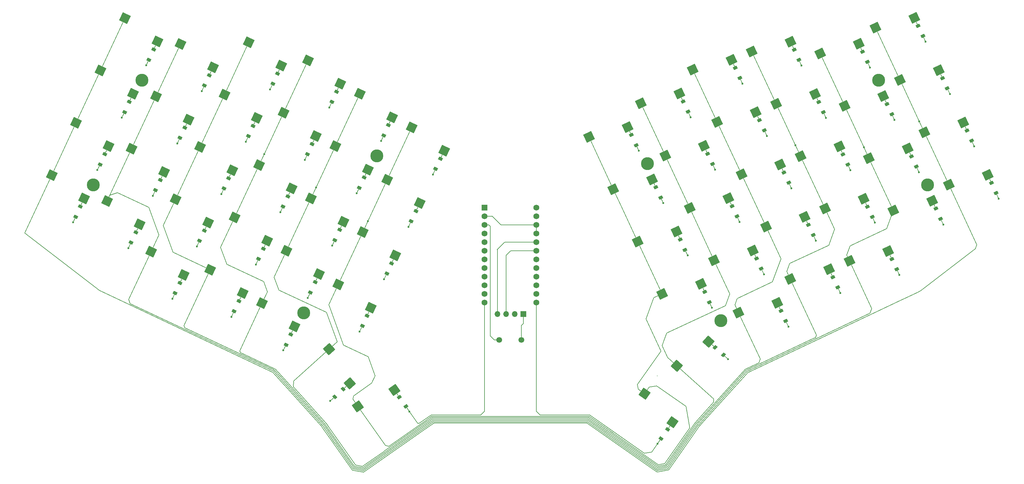
<source format=gbl>
%TF.GenerationSoftware,KiCad,Pcbnew,8.0.7*%
%TF.CreationDate,2024-12-17T03:41:54-05:00*%
%TF.ProjectId,choc,63686f63-2e6b-4696-9361-645f70636258,v1.0.0*%
%TF.SameCoordinates,Original*%
%TF.FileFunction,Copper,L2,Bot*%
%TF.FilePolarity,Positive*%
%FSLAX46Y46*%
G04 Gerber Fmt 4.6, Leading zero omitted, Abs format (unit mm)*
G04 Created by KiCad (PCBNEW 8.0.7) date 2024-12-17 03:41:54*
%MOMM*%
%LPD*%
G01*
G04 APERTURE LIST*
G04 Aperture macros list*
%AMRotRect*
0 Rectangle, with rotation*
0 The origin of the aperture is its center*
0 $1 length*
0 $2 width*
0 $3 Rotation angle, in degrees counterclockwise*
0 Add horizontal line*
21,1,$1,$2,0,0,$3*%
G04 Aperture macros list end*
%TA.AperFunction,ComponentPad*%
%ADD10C,0.600000*%
%TD*%
%TA.AperFunction,ComponentPad*%
%ADD11C,3.800000*%
%TD*%
%TA.AperFunction,ComponentPad*%
%ADD12R,1.700000X1.700000*%
%TD*%
%TA.AperFunction,ComponentPad*%
%ADD13O,1.700000X1.700000*%
%TD*%
%TA.AperFunction,ComponentPad*%
%ADD14R,1.752600X1.752600*%
%TD*%
%TA.AperFunction,ComponentPad*%
%ADD15C,1.752600*%
%TD*%
%TA.AperFunction,ComponentPad*%
%ADD16C,1.700000*%
%TD*%
%TA.AperFunction,SMDPad,CuDef*%
%ADD17RotRect,2.600000X2.600000X25.000000*%
%TD*%
%TA.AperFunction,SMDPad,CuDef*%
%ADD18RotRect,2.600000X2.600000X335.000000*%
%TD*%
%TA.AperFunction,SMDPad,CuDef*%
%ADD19RotRect,0.900000X1.200000X115.000000*%
%TD*%
%TA.AperFunction,SMDPad,CuDef*%
%ADD20RotRect,2.600000X2.600000X48.000000*%
%TD*%
%TA.AperFunction,SMDPad,CuDef*%
%ADD21RotRect,0.900000X1.200000X65.000000*%
%TD*%
%TA.AperFunction,SMDPad,CuDef*%
%ADD22RotRect,2.600000X2.600000X325.000000*%
%TD*%
%TA.AperFunction,SMDPad,CuDef*%
%ADD23RotRect,0.900000X1.200000X125.000000*%
%TD*%
%TA.AperFunction,SMDPad,CuDef*%
%ADD24RotRect,2.600000X2.600000X312.000000*%
%TD*%
%TA.AperFunction,SMDPad,CuDef*%
%ADD25RotRect,0.900000X1.200000X55.000000*%
%TD*%
%TA.AperFunction,SMDPad,CuDef*%
%ADD26RotRect,2.600000X2.600000X35.000000*%
%TD*%
%TA.AperFunction,SMDPad,CuDef*%
%ADD27RotRect,0.900000X1.200000X42.000000*%
%TD*%
%TA.AperFunction,SMDPad,CuDef*%
%ADD28RotRect,0.900000X1.200000X138.000000*%
%TD*%
%TA.AperFunction,Conductor*%
%ADD29C,0.200000*%
%TD*%
G04 APERTURE END LIST*
D10*
%TO.P,REF\u002A\u002A,1*%
%TO.N,P9*%
X274939567Y-179676512D03*
%TD*%
%TO.P,REF\u002A\u002A,1*%
%TO.N,P21*%
X140235069Y-100248779D03*
%TD*%
%TO.P,REF\u002A\u002A,1*%
%TO.N,P8*%
X300717610Y-144817497D03*
%TD*%
%TO.P,REF\u002A\u002A,1*%
%TO.N,P18*%
X153730617Y-129161100D03*
%TD*%
%TO.P,REF\u002A\u002A,1*%
%TO.N,P10*%
X111497027Y-161877708D03*
%TD*%
%TO.P,REF\u002A\u002A,1*%
%TO.N,P7*%
X347333834Y-117011421D03*
%TD*%
D11*
%TO.P,H8,*%
%TO.N,*%
X251208949Y-122113582D03*
%TD*%
D10*
%TO.P,REF\u002A\u002A,1*%
%TO.N,P16*%
X118681534Y-146470471D03*
%TD*%
D11*
%TO.P,H7,*%
%TO.N,*%
X319210129Y-97576074D03*
%TD*%
D10*
%TO.P,REF\u002A\u002A,1*%
%TO.N,P20*%
X165677635Y-130870266D03*
%TD*%
%TO.P,REF\u002A\u002A,1*%
%TO.N,P14*%
X158493129Y-146277503D03*
%TD*%
%TO.P,REF\u002A\u002A,1*%
%TO.N,P14*%
X143236132Y-136404603D03*
%TD*%
%TO.P,REF\u002A\u002A,1*%
%TO.N,P1*%
X316651267Y-93804083D03*
%TD*%
%TO.P,REF\u002A\u002A,1*%
%TO.N,P7*%
X331020289Y-124618547D03*
%TD*%
%TO.P,REF\u002A\u002A,1*%
%TO.N,P21*%
X188119145Y-125335928D03*
%TD*%
%TO.P,REF\u002A\u002A,1*%
%TO.N,P8*%
X270203623Y-164563299D03*
%TD*%
%TO.P,REF\u002A\u002A,1*%
%TO.N,P1*%
X248650084Y-118341603D03*
%TD*%
%TO.P,REF\u002A\u002A,1*%
%TO.N,P9*%
X292645129Y-170097631D03*
%TD*%
%TO.P,REF\u002A\u002A,1*%
%TO.N,P0*%
X255834605Y-133748836D03*
%TD*%
%TO.P,REF\u002A\u002A,1*%
%TO.N,P19*%
X138473624Y-119288210D03*
%TD*%
%TO.P,REF\u002A\u002A,1*%
%TO.N,P9*%
X254127528Y-204585176D03*
%TD*%
%TO.P,REF\u002A\u002A,1*%
%TO.N,P14*%
X105748940Y-131612884D03*
%TD*%
%TO.P,REF\u002A\u002A,1*%
%TO.N,P8*%
X318087691Y-139476142D03*
%TD*%
%TO.P,REF\u002A\u002A,1*%
%TO.N,P1*%
X263907087Y-108468700D03*
%TD*%
%TO.P,REF\u002A\u002A,1*%
%TO.N,P10*%
X157904387Y-191975556D03*
%TD*%
%TO.P,REF\u002A\u002A,1*%
%TO.N,P7*%
X278276105Y-139283165D03*
%TD*%
%TO.P,REF\u002A\u002A,1*%
%TO.N,P1*%
X279164081Y-98595800D03*
%TD*%
%TO.P,REF\u002A\u002A,1*%
%TO.N,P6*%
X294729983Y-116714999D03*
%TD*%
%TO.P,REF\u002A\u002A,1*%
%TO.N,P7*%
X293533096Y-129410264D03*
%TD*%
%TO.P,REF\u002A\u002A,1*%
%TO.N,P8*%
X354518340Y-132418651D03*
%TD*%
%TO.P,REF\u002A\u002A,1*%
%TO.N,P20*%
X150420642Y-120997370D03*
%TD*%
%TO.P,REF\u002A\u002A,1*%
%TO.N,P21*%
X157605158Y-105590134D03*
%TD*%
%TO.P,REF\u002A\u002A,1*%
%TO.N,P21*%
X103804427Y-93191291D03*
%TD*%
D11*
%TO.P,H2,*%
%TO.N,*%
X102559716Y-97576077D03*
%TD*%
D10*
%TO.P,REF\u002A\u002A,1*%
%TO.N,P0*%
X271091590Y-123875934D03*
%TD*%
%TO.P,REF\u002A\u002A,1*%
%TO.N,P0*%
X323835779Y-109211315D03*
%TD*%
%TO.P,REF\u002A\u002A,1*%
%TO.N,P16*%
X136051628Y-151811836D03*
%TD*%
%TO.P,REF\u002A\u002A,1*%
%TO.N,P7*%
X310903184Y-124068905D03*
%TD*%
%TO.P,REF\u002A\u002A,1*%
%TO.N,P16*%
X82250894Y-139412986D03*
%TD*%
D11*
%TO.P,H3,*%
%TO.N,*%
X88190698Y-128390536D03*
%TD*%
D10*
%TO.P,REF\u002A\u002A,1*%
%TO.N,P16*%
X151308617Y-161684729D03*
%TD*%
%TO.P,REF\u002A\u002A,1*%
%TO.N,P15*%
X168987614Y-139034006D03*
%TD*%
%TO.P,REF\u002A\u002A,1*%
%TO.N,P9*%
X307902120Y-160224732D03*
%TD*%
%TO.P,REF\u002A\u002A,1*%
%TO.N,P1*%
X296534166Y-93254445D03*
%TD*%
%TO.P,REF\u002A\u002A,1*%
%TO.N,P1*%
X332964811Y-86196957D03*
%TD*%
%TO.P,REF\u002A\u002A,1*%
%TO.N,P8*%
X285460612Y-154690398D03*
%TD*%
%TO.P,REF\u002A\u002A,1*%
%TO.N,P21*%
X172862149Y-115463038D03*
%TD*%
D12*
%TO.P,OLED1,1*%
%TO.N,GND*%
X214684919Y-166427996D03*
D13*
%TO.P,OLED1,2*%
%TO.N,VCC*%
X212144922Y-166427995D03*
%TO.P,OLED1,3*%
%TO.N,P3*%
X209604921Y-166427997D03*
%TO.P,OLED1,4*%
%TO.N,P2*%
X207064921Y-166427995D03*
%TD*%
D10*
%TO.P,REF\u002A\u002A,1*%
%TO.N,P10*%
X181199278Y-195092487D03*
%TD*%
%TO.P,REF\u002A\u002A,1*%
%TO.N,P20*%
X112933450Y-116205649D03*
%TD*%
%TO.P,REF\u002A\u002A,1*%
%TO.N,P16*%
X166565615Y-171557628D03*
%TD*%
%TO.P,REF\u002A\u002A,1*%
%TO.N,P5*%
X314847090Y-117264638D03*
%TD*%
%TO.P,REF\u002A\u002A,1*%
%TO.N,P20*%
X180934634Y-140743163D03*
%TD*%
%TO.P,REF\u002A\u002A,1*%
%TO.N,P16*%
X98564431Y-147020115D03*
%TD*%
D11*
%TO.P,H1,*%
%TO.N,*%
X171617436Y-119847816D03*
%TD*%
D14*
%TO.P,MCU1,1*%
%TO.N,RAW*%
X203264915Y-135058001D03*
D15*
%TO.P,MCU1,2*%
%TO.N,GND*%
X203264916Y-137598002D03*
%TO.P,MCU1,3*%
%TO.N,RST*%
X203264915Y-140138002D03*
%TO.P,MCU1,4*%
%TO.N,VCC*%
X203264913Y-142678002D03*
%TO.P,MCU1,5*%
%TO.N,P21*%
X203264916Y-145218003D03*
%TO.P,MCU1,6*%
%TO.N,P20*%
X203264912Y-147758003D03*
%TO.P,MCU1,7*%
%TO.N,P19*%
X203264915Y-150298002D03*
%TO.P,MCU1,8*%
%TO.N,P18*%
X203264917Y-152838001D03*
%TO.P,MCU1,9*%
%TO.N,P15*%
X203264915Y-155378003D03*
%TO.P,MCU1,10*%
%TO.N,P14*%
X203264915Y-157918002D03*
%TO.P,MCU1,11*%
%TO.N,P16*%
X203264913Y-160458002D03*
%TO.P,MCU1,12*%
%TO.N,P10*%
X203264915Y-162998003D03*
%TO.P,MCU1,13*%
%TO.N,P1*%
X218504915Y-135058001D03*
%TO.P,MCU1,14*%
%TO.N,P0*%
X218504917Y-137598002D03*
%TO.P,MCU1,15*%
%TO.N,GND*%
X218504915Y-140138002D03*
%TO.P,MCU1,16*%
X218504915Y-142678001D03*
%TO.P,MCU1,17*%
%TO.N,P2*%
X218504913Y-145218003D03*
%TO.P,MCU1,18*%
%TO.N,P3*%
X218504915Y-147758002D03*
%TO.P,MCU1,19*%
%TO.N,P4*%
X218504918Y-150298001D03*
%TO.P,MCU1,20*%
%TO.N,P5*%
X218504914Y-152838001D03*
%TO.P,MCU1,21*%
%TO.N,P6*%
X218504917Y-155378002D03*
%TO.P,MCU1,22*%
%TO.N,P7*%
X218504915Y-157918002D03*
%TO.P,MCU1,23*%
%TO.N,P8*%
X218504914Y-160458002D03*
%TO.P,MCU1,24*%
%TO.N,P9*%
X218504915Y-162998003D03*
%TD*%
D10*
%TO.P,REF\u002A\u002A,1*%
%TO.N,P14*%
X173750122Y-156150393D03*
%TD*%
%TO.P,REF\u002A\u002A,1*%
%TO.N,P14*%
X89435399Y-124005756D03*
%TD*%
%TO.P,REF\u002A\u002A,1*%
%TO.N,P0*%
X286348592Y-114003032D03*
%TD*%
%TO.P,REF\u002A\u002A,1*%
%TO.N,P10*%
X144124108Y-177091968D03*
%TD*%
%TO.P,REF\u002A\u002A,1*%
%TO.N,P10*%
X128867112Y-167219061D03*
%TD*%
%TO.P,REF\u002A\u002A,1*%
%TO.N,P7*%
X263019108Y-149156065D03*
%TD*%
%TO.P,REF\u002A\u002A,1*%
%TO.N,P0*%
X303718669Y-108661679D03*
%TD*%
D11*
%TO.P,H5,*%
%TO.N,*%
X272762472Y-168335281D03*
%TD*%
D16*
%TO.P,RST1,1*%
%TO.N,RST*%
X207634924Y-174028002D03*
%TO.P,RST1,2*%
%TO.N,GND*%
X214134924Y-174027998D03*
%TD*%
D10*
%TO.P,REF\u002A\u002A,1*%
%TO.N,P20*%
X96619914Y-108598518D03*
%TD*%
D11*
%TO.P,H4,*%
%TO.N,*%
X150063909Y-166069519D03*
%TD*%
D10*
%TO.P,REF\u002A\u002A,1*%
%TO.N,P9*%
X325272204Y-154883376D03*
%TD*%
%TO.P,REF\u002A\u002A,1*%
%TO.N,P20*%
X133050553Y-115656007D03*
%TD*%
D11*
%TO.P,H6,*%
%TO.N,*%
X333579144Y-128390538D03*
%TD*%
D10*
%TO.P,REF\u002A\u002A,1*%
%TO.N,P8*%
X338204797Y-140025786D03*
%TD*%
%TO.P,REF\u002A\u002A,1*%
%TO.N,P14*%
X125866047Y-131063241D03*
%TD*%
%TO.P,REF\u002A\u002A,1*%
%TO.N,P0*%
X340149319Y-101604189D03*
%TD*%
%TO.P,REF\u002A\u002A,1*%
%TO.N,P21*%
X120117962Y-100798420D03*
%TD*%
%TO.P,REF\u002A\u002A,1*%
%TO.N,P4*%
X331160629Y-109657509D03*
%TD*%
D17*
%TO.P,S38,1*%
%TO.N,P5*%
X310599298Y-150746847D03*
%TO.P,S38,2*%
%TO.N,mirror_ring_mod*%
X321996914Y-147859483D03*
%TD*%
D18*
%TO.P,S2,1*%
%TO.N,P4*%
X83172600Y-110106748D03*
%TO.P,S2,2*%
%TO.N,outer_home*%
X92710695Y-116981867D03*
%TD*%
%TO.P,S21,1*%
%TO.N,P18*%
X152230325Y-132378490D03*
%TO.P,S21,2*%
%TO.N,index_home*%
X161768420Y-139253609D03*
%TD*%
D17*
%TO.P,S30,1*%
%TO.N,P4*%
X339845433Y-128282134D03*
%TO.P,S30,2*%
%TO.N,mirror_outer_bottom*%
X351243049Y-125394770D03*
%TD*%
D19*
%TO.P,D49,1*%
%TO.N,P8*%
X284678770Y-153013731D03*
%TO.P,D49,2*%
%TO.N,mirror_index_bottom*%
X283284134Y-150022911D03*
%TD*%
D18*
%TO.P,S6,1*%
%TO.N,P5*%
X99486138Y-117713877D03*
%TO.P,S6,2*%
%TO.N,pinky_home*%
X109024233Y-124588996D03*
%TD*%
D19*
%TO.P,D50,1*%
%TO.N,P7*%
X277494259Y-137606497D03*
%TO.P,D50,2*%
%TO.N,mirror_index_home*%
X276099623Y-134615677D03*
%TD*%
D18*
%TO.P,S5,1*%
%TO.N,P5*%
X92301632Y-133121110D03*
%TO.P,S5,2*%
%TO.N,pinky_bottom*%
X101839727Y-139996229D03*
%TD*%
D19*
%TO.P,D32,1*%
%TO.N,P0*%
X339367477Y-99927521D03*
%TO.P,D32,2*%
%TO.N,mirror_outer_top*%
X337972841Y-96936701D03*
%TD*%
D20*
%TO.P,S57,1*%
%TO.N,P18*%
X259816813Y-181601979D03*
%TO.P,S57,2*%
%TO.N,mirror_select_fan*%
X269180189Y-174490743D03*
%TD*%
D21*
%TO.P,D17,1*%
%TO.N,P20*%
X151202485Y-119320699D03*
%TO.P,D17,2*%
%TO.N,middle_top*%
X152597123Y-116329883D03*
%TD*%
D22*
%TO.P,S58,1*%
%TO.N,P15*%
X250373409Y-189809802D03*
%TO.P,S58,2*%
%TO.N,mirror_space_fan*%
X258572746Y-198236746D03*
%TD*%
D23*
%TO.P,D29,1*%
%TO.N,P10*%
X180138159Y-193577062D03*
%TO.P,D29,2*%
%TO.N,space_fan*%
X178245357Y-190873860D03*
%TD*%
D18*
%TO.P,S17,1*%
%TO.N,P19*%
X144157840Y-107098362D03*
%TO.P,S17,2*%
%TO.N,middle_top*%
X153695935Y-113973481D03*
%TD*%
D17*
%TO.P,S49,1*%
%TO.N,P18*%
X270787711Y-150553876D03*
%TO.P,S49,2*%
%TO.N,mirror_index_bottom*%
X282185327Y-147666512D03*
%TD*%
%TO.P,S45,1*%
%TO.N,P19*%
X278860195Y-125273743D03*
%TO.P,S45,2*%
%TO.N,mirror_middle_home*%
X290257811Y-122386379D03*
%TD*%
D19*
%TO.P,D43,1*%
%TO.N,P9*%
X307120272Y-158548062D03*
%TO.P,D43,2*%
%TO.N,mirror_middle_mod*%
X305725636Y-155557242D03*
%TD*%
D21*
%TO.P,D11,1*%
%TO.N,P14*%
X126647893Y-129386571D03*
%TO.P,D11,2*%
%TO.N,ring_home*%
X128042531Y-126395755D03*
%TD*%
%TO.P,D22,1*%
%TO.N,P20*%
X166459483Y-129193596D03*
%TO.P,D22,2*%
%TO.N,index_top*%
X167854121Y-126202780D03*
%TD*%
D24*
%TO.P,S28,1*%
%TO.N,P18*%
X157570217Y-176734389D03*
%TO.P,S28,2*%
%TO.N,select_fan*%
X163663758Y-186789799D03*
%TD*%
D21*
%TO.P,D1,1*%
%TO.N,P16*%
X83032734Y-137736313D03*
%TO.P,D1,2*%
%TO.N,outer_bottom*%
X84427372Y-134745497D03*
%TD*%
%TO.P,D18,1*%
%TO.N,P21*%
X158386997Y-103913466D03*
%TO.P,D18,2*%
%TO.N,middle_num*%
X159781635Y-100922650D03*
%TD*%
D17*
%TO.P,S35,1*%
%TO.N,P5*%
X316347380Y-120482028D03*
%TO.P,S35,2*%
%TO.N,mirror_pinky_home*%
X327744996Y-117594664D03*
%TD*%
D21*
%TO.P,D15,1*%
%TO.N,P16*%
X136833468Y-150135156D03*
%TO.P,D15,2*%
%TO.N,middle_bottom*%
X138228106Y-147144340D03*
%TD*%
%TO.P,D26,1*%
%TO.N,P20*%
X181716481Y-139066492D03*
%TO.P,D26,2*%
%TO.N,inner_top*%
X183111119Y-136075676D03*
%TD*%
D17*
%TO.P,S40,1*%
%TO.N,P6*%
X296230279Y-119932387D03*
%TO.P,S40,2*%
%TO.N,mirror_ring_home*%
X307627895Y-117045023D03*
%TD*%
%TO.P,S50,1*%
%TO.N,P18*%
X263603198Y-135146646D03*
%TO.P,S50,2*%
%TO.N,mirror_index_home*%
X275000814Y-132259282D03*
%TD*%
D19*
%TO.P,D42,1*%
%TO.N,P1*%
X295752319Y-91577772D03*
%TO.P,D42,2*%
%TO.N,mirror_ring_num*%
X294357683Y-88586952D03*
%TD*%
D17*
%TO.P,S44,1*%
%TO.N,P19*%
X286044704Y-140680977D03*
%TO.P,S44,2*%
%TO.N,mirror_middle_bottom*%
X297442320Y-137793613D03*
%TD*%
D21*
%TO.P,D27,1*%
%TO.N,P21*%
X188900990Y-123659263D03*
%TO.P,D27,2*%
%TO.N,inner_num*%
X190295628Y-120668447D03*
%TD*%
D18*
%TO.P,S18,1*%
%TO.N,P19*%
X151342348Y-91691130D03*
%TO.P,S18,2*%
%TO.N,middle_num*%
X160880443Y-98566249D03*
%TD*%
D21*
%TO.P,D6,1*%
%TO.N,P14*%
X106530788Y-129936215D03*
%TO.P,D6,2*%
%TO.N,pinky_home*%
X107925426Y-126945399D03*
%TD*%
%TO.P,D16,1*%
%TO.N,P14*%
X144017983Y-134727931D03*
%TO.P,D16,2*%
%TO.N,middle_home*%
X145412621Y-131737115D03*
%TD*%
D18*
%TO.P,S8,1*%
%TO.N,P5*%
X113855162Y-86899409D03*
%TO.P,S8,2*%
%TO.N,pinky_num*%
X123393257Y-93774528D03*
%TD*%
D19*
%TO.P,D56,1*%
%TO.N,P1*%
X247868247Y-116664936D03*
%TO.P,D56,2*%
%TO.N,mirror_inner_num*%
X246473611Y-113674116D03*
%TD*%
D21*
%TO.P,D3,1*%
%TO.N,P20*%
X97401758Y-106921850D03*
%TO.P,D3,2*%
%TO.N,outer_top*%
X98796396Y-103931034D03*
%TD*%
D19*
%TO.P,D53,1*%
%TO.N,P8*%
X269421775Y-162886633D03*
%TO.P,D53,2*%
%TO.N,mirror_inner_bottom*%
X268027139Y-159895813D03*
%TD*%
D18*
%TO.P,S23,1*%
%TO.N,P18*%
X166599343Y-101564028D03*
%TO.P,S23,2*%
%TO.N,index_num*%
X176137438Y-108439147D03*
%TD*%
D17*
%TO.P,S56,1*%
%TO.N,P15*%
X233977183Y-114205077D03*
%TO.P,S56,2*%
%TO.N,mirror_inner_num*%
X245374799Y-111317713D03*
%TD*%
D21*
%TO.P,D4,1*%
%TO.N,P21*%
X104586268Y-91514622D03*
%TO.P,D4,2*%
%TO.N,outer_num*%
X105980906Y-88523806D03*
%TD*%
D19*
%TO.P,D30,1*%
%TO.N,P8*%
X353736493Y-130741984D03*
%TO.P,D30,2*%
%TO.N,mirror_outer_bottom*%
X352341857Y-127751164D03*
%TD*%
D21*
%TO.P,D25,1*%
%TO.N,P14*%
X174531967Y-154473730D03*
%TO.P,D25,2*%
%TO.N,inner_home*%
X175926605Y-151482914D03*
%TD*%
D19*
%TO.P,D40,1*%
%TO.N,P7*%
X310121343Y-122392238D03*
%TO.P,D40,2*%
%TO.N,mirror_ring_home*%
X308726707Y-119401418D03*
%TD*%
D17*
%TO.P,S41,1*%
%TO.N,P6*%
X289045771Y-104525151D03*
%TO.P,S41,2*%
%TO.N,mirror_ring_top*%
X300443387Y-101637787D03*
%TD*%
D18*
%TO.P,S4,1*%
%TO.N,P4*%
X97541618Y-79292280D03*
%TO.P,S4,2*%
%TO.N,outer_num*%
X107079713Y-86167399D03*
%TD*%
D17*
%TO.P,S51,1*%
%TO.N,P18*%
X256418684Y-119739416D03*
%TO.P,S51,2*%
%TO.N,mirror_index_top*%
X267816300Y-116852052D03*
%TD*%
D21*
%TO.P,D8,1*%
%TO.N,P21*%
X120899809Y-99121755D03*
%TO.P,D8,2*%
%TO.N,pinky_num*%
X122294447Y-96130939D03*
%TD*%
%TO.P,D14,1*%
%TO.N,P10*%
X129648961Y-165542395D03*
%TO.P,D14,2*%
%TO.N,middle_mod*%
X131043599Y-162551579D03*
%TD*%
D19*
%TO.P,D31,1*%
%TO.N,P7*%
X346551989Y-115334753D03*
%TO.P,D31,2*%
%TO.N,mirror_outer_home*%
X345157353Y-112343933D03*
%TD*%
%TO.P,D51,1*%
%TO.N,P0*%
X270309751Y-122199263D03*
%TO.P,D51,2*%
%TO.N,mirror_index_top*%
X268915115Y-119208443D03*
%TD*%
D18*
%TO.P,S22,1*%
%TO.N,P18*%
X159414834Y-116971260D03*
%TO.P,S22,2*%
%TO.N,index_top*%
X168952929Y-123846379D03*
%TD*%
D19*
%TO.P,D36,1*%
%TO.N,P0*%
X323053935Y-107534653D03*
%TO.P,D36,2*%
%TO.N,mirror_pinky_top*%
X321659299Y-104543833D03*
%TD*%
D18*
%TO.P,S19,1*%
%TO.N,P19*%
X137861298Y-163192959D03*
%TO.P,S19,2*%
%TO.N,index_mod*%
X147399393Y-170068078D03*
%TD*%
D19*
%TO.P,D54,1*%
%TO.N,P7*%
X262237265Y-147479397D03*
%TO.P,D54,2*%
%TO.N,mirror_inner_home*%
X260842629Y-144488577D03*
%TD*%
D18*
%TO.P,S16,1*%
%TO.N,P19*%
X136973330Y-122505598D03*
%TO.P,S16,2*%
%TO.N,middle_home*%
X146511425Y-129380717D03*
%TD*%
D21*
%TO.P,D24,1*%
%TO.N,P16*%
X167347457Y-169880956D03*
%TO.P,D24,2*%
%TO.N,inner_bottom*%
X168742095Y-166890140D03*
%TD*%
D18*
%TO.P,S9,1*%
%TO.N,P5*%
X105234227Y-147978705D03*
%TO.P,S9,2*%
%TO.N,ring_mod*%
X114772322Y-154853824D03*
%TD*%
D25*
%TO.P,D58,1*%
%TO.N,P9*%
X255188650Y-203069746D03*
%TO.P,D58,2*%
%TO.N,mirror_space_fan*%
X257081452Y-200366542D03*
%TD*%
D21*
%TO.P,D19,1*%
%TO.N,P10*%
X144905953Y-175415289D03*
%TO.P,D19,2*%
%TO.N,index_mod*%
X146300591Y-172424473D03*
%TD*%
D18*
%TO.P,S26,1*%
%TO.N,P15*%
X174671825Y-126844158D03*
%TO.P,S26,2*%
%TO.N,inner_top*%
X184209920Y-133719277D03*
%TD*%
D26*
%TO.P,S29,1*%
%TO.N,P15*%
X166030982Y-193566733D03*
%TO.P,S29,2*%
%TO.N,space_fan*%
X176754057Y-188744060D03*
%TD*%
D17*
%TO.P,S39,1*%
%TO.N,P6*%
X303414791Y-135339616D03*
%TO.P,S39,2*%
%TO.N,mirror_ring_bottom*%
X314812407Y-132452252D03*
%TD*%
D21*
%TO.P,D12,1*%
%TO.N,P20*%
X133832403Y-113979340D03*
%TO.P,D12,2*%
%TO.N,ring_top*%
X135227041Y-110988524D03*
%TD*%
D19*
%TO.P,D46,1*%
%TO.N,P0*%
X285566741Y-112326368D03*
%TO.P,D46,2*%
%TO.N,mirror_middle_top*%
X284172105Y-109335548D03*
%TD*%
D21*
%TO.P,D23,1*%
%TO.N,P21*%
X173643989Y-113786364D03*
%TO.P,D23,2*%
%TO.N,index_num*%
X175038627Y-110795548D03*
%TD*%
D17*
%TO.P,S34,1*%
%TO.N,P5*%
X323531894Y-135889255D03*
%TO.P,S34,2*%
%TO.N,mirror_pinky_bottom*%
X334929510Y-133001891D03*
%TD*%
D18*
%TO.P,S25,1*%
%TO.N,P15*%
X167487320Y-142251394D03*
%TO.P,S25,2*%
%TO.N,inner_home*%
X177025415Y-149126513D03*
%TD*%
D17*
%TO.P,S42,1*%
%TO.N,P6*%
X281861255Y-89117923D03*
%TO.P,S42,2*%
%TO.N,mirror_ring_num*%
X293258871Y-86230559D03*
%TD*%
D21*
%TO.P,D10,1*%
%TO.N,P16*%
X119463381Y-144793812D03*
%TO.P,D10,2*%
%TO.N,ring_bottom*%
X120858019Y-141802996D03*
%TD*%
D17*
%TO.P,S52,1*%
%TO.N,P18*%
X249234176Y-104332183D03*
%TO.P,S52,2*%
%TO.N,mirror_index_num*%
X260631792Y-101444819D03*
%TD*%
%TO.P,S32,1*%
%TO.N,P4*%
X325476411Y-97467670D03*
%TO.P,S32,2*%
%TO.N,mirror_outer_top*%
X336874027Y-94580306D03*
%TD*%
D18*
%TO.P,S24,1*%
%TO.N,P15*%
X160302805Y-157658627D03*
%TO.P,S24,2*%
%TO.N,inner_bottom*%
X169840900Y-164533746D03*
%TD*%
D27*
%TO.P,D28,1*%
%TO.N,P10*%
X159279200Y-190737670D03*
%TO.P,D28,2*%
%TO.N,select_fan*%
X161731576Y-188529536D03*
%TD*%
D19*
%TO.P,D41,1*%
%TO.N,P0*%
X302936833Y-106985007D03*
%TO.P,D41,2*%
%TO.N,mirror_ring_top*%
X301542197Y-103994187D03*
%TD*%
%TO.P,D39,1*%
%TO.N,P8*%
X317305849Y-137799469D03*
%TO.P,D39,2*%
%TO.N,mirror_ring_bottom*%
X315911213Y-134808649D03*
%TD*%
D17*
%TO.P,S47,1*%
%TO.N,P19*%
X264491170Y-94459276D03*
%TO.P,S47,2*%
%TO.N,mirror_middle_num*%
X275888786Y-91571912D03*
%TD*%
%TO.P,S53,1*%
%TO.N,P15*%
X255530720Y-160426769D03*
%TO.P,S53,2*%
%TO.N,mirror_inner_bottom*%
X266928336Y-157539405D03*
%TD*%
D18*
%TO.P,S12,1*%
%TO.N,P6*%
X126787758Y-101757003D03*
%TO.P,S12,2*%
%TO.N,ring_top*%
X136325853Y-108632122D03*
%TD*%
D19*
%TO.P,D45,1*%
%TO.N,P7*%
X292751251Y-127733601D03*
%TO.P,D45,2*%
%TO.N,mirror_middle_home*%
X291356615Y-124742781D03*
%TD*%
%TO.P,D33,1*%
%TO.N,P1*%
X332182965Y-84520292D03*
%TO.P,D33,2*%
%TO.N,mirror_outer_num*%
X330788329Y-81529472D03*
%TD*%
D18*
%TO.P,S11,1*%
%TO.N,P6*%
X119603243Y-117164235D03*
%TO.P,S11,2*%
%TO.N,ring_home*%
X129141338Y-124039354D03*
%TD*%
D17*
%TO.P,S37,1*%
%TO.N,P5*%
X301978358Y-89667566D03*
%TO.P,S37,2*%
%TO.N,mirror_pinky_num*%
X313375974Y-86780202D03*
%TD*%
D18*
%TO.P,S3,1*%
%TO.N,P4*%
X90357108Y-94699520D03*
%TO.P,S3,2*%
%TO.N,outer_top*%
X99895203Y-101574639D03*
%TD*%
%TO.P,S15,1*%
%TO.N,P19*%
X129788816Y-137912823D03*
%TO.P,S15,2*%
%TO.N,middle_bottom*%
X139326911Y-144787942D03*
%TD*%
D17*
%TO.P,S43,1*%
%TO.N,P6*%
X293229208Y-156088211D03*
%TO.P,S43,2*%
%TO.N,mirror_middle_mod*%
X304626824Y-153200847D03*
%TD*%
D19*
%TO.P,D48,1*%
%TO.N,P9*%
X291863277Y-168420963D03*
%TO.P,D48,2*%
%TO.N,mirror_index_mod*%
X290468641Y-165430143D03*
%TD*%
D18*
%TO.P,S1,1*%
%TO.N,P4*%
X75988093Y-125513983D03*
%TO.P,S1,2*%
%TO.N,outer_bottom*%
X85526188Y-132389102D03*
%TD*%
D19*
%TO.P,D34,1*%
%TO.N,P8*%
X337422955Y-138349114D03*
%TO.P,D34,2*%
%TO.N,mirror_pinky_bottom*%
X336028319Y-135358294D03*
%TD*%
%TO.P,D47,1*%
%TO.N,P1*%
X278382234Y-96919135D03*
%TO.P,D47,2*%
%TO.N,mirror_middle_num*%
X276987598Y-93928315D03*
%TD*%
D18*
%TO.P,S14,1*%
%TO.N,P6*%
X122604306Y-153320067D03*
%TO.P,S14,2*%
%TO.N,middle_mod*%
X132142401Y-160195186D03*
%TD*%
D21*
%TO.P,D9,1*%
%TO.N,P10*%
X112278875Y-160201031D03*
%TO.P,D9,2*%
%TO.N,ring_mod*%
X113673513Y-157210215D03*
%TD*%
%TO.P,D20,1*%
%TO.N,P16*%
X152090463Y-160008064D03*
%TO.P,D20,2*%
%TO.N,index_bottom*%
X153485101Y-157017248D03*
%TD*%
D17*
%TO.P,S55,1*%
%TO.N,P15*%
X241161692Y-129612306D03*
%TO.P,S55,2*%
%TO.N,mirror_inner_top*%
X252559308Y-126724942D03*
%TD*%
D21*
%TO.P,D5,1*%
%TO.N,P16*%
X99346277Y-145343445D03*
%TO.P,D5,2*%
%TO.N,pinky_bottom*%
X100740915Y-142352629D03*
%TD*%
D18*
%TO.P,S27,1*%
%TO.N,P15*%
X181856339Y-111436934D03*
%TO.P,S27,2*%
%TO.N,inner_num*%
X191394434Y-118312053D03*
%TD*%
D17*
%TO.P,S36,1*%
%TO.N,P5*%
X309162873Y-105074788D03*
%TO.P,S36,2*%
%TO.N,mirror_pinky_top*%
X320560489Y-102187424D03*
%TD*%
%TO.P,S54,1*%
%TO.N,P15*%
X248346205Y-145019542D03*
%TO.P,S54,2*%
%TO.N,mirror_inner_home*%
X259743821Y-142132178D03*
%TD*%
%TO.P,S46,1*%
%TO.N,P19*%
X271675682Y-109866510D03*
%TO.P,S46,2*%
%TO.N,mirror_middle_top*%
X283073298Y-106979146D03*
%TD*%
%TO.P,S33,1*%
%TO.N,P4*%
X318291907Y-82060437D03*
%TO.P,S33,2*%
%TO.N,mirror_outer_num*%
X329689523Y-79173073D03*
%TD*%
D18*
%TO.P,S20,1*%
%TO.N,P18*%
X145045819Y-147785728D03*
%TO.P,S20,2*%
%TO.N,index_bottom*%
X154583914Y-154660847D03*
%TD*%
D21*
%TO.P,D2,1*%
%TO.N,P14*%
X90217252Y-122329088D03*
%TO.P,D2,2*%
%TO.N,outer_home*%
X91611890Y-119338272D03*
%TD*%
D19*
%TO.P,D52,1*%
%TO.N,P1*%
X263125239Y-106792039D03*
%TO.P,D52,2*%
%TO.N,mirror_index_num*%
X261730603Y-103801219D03*
%TD*%
%TO.P,D38,1*%
%TO.N,P9*%
X324490358Y-153206705D03*
%TO.P,D38,2*%
%TO.N,mirror_ring_mod*%
X323095722Y-150215885D03*
%TD*%
D18*
%TO.P,S7,1*%
%TO.N,P5*%
X106670654Y-102306647D03*
%TO.P,S7,2*%
%TO.N,pinky_top*%
X116208749Y-109181766D03*
%TD*%
D21*
%TO.P,D13,1*%
%TO.N,P21*%
X141016914Y-98572110D03*
%TO.P,D13,2*%
%TO.N,ring_num*%
X142411552Y-95581294D03*
%TD*%
D18*
%TO.P,S10,1*%
%TO.N,P6*%
X112418733Y-132571473D03*
%TO.P,S10,2*%
%TO.N,ring_bottom*%
X121956828Y-139446592D03*
%TD*%
D19*
%TO.P,D44,1*%
%TO.N,P8*%
X299935763Y-143140838D03*
%TO.P,D44,2*%
%TO.N,mirror_middle_bottom*%
X298541127Y-140150018D03*
%TD*%
D28*
%TO.P,D57,1*%
%TO.N,P9*%
X273564745Y-178438621D03*
%TO.P,D57,2*%
%TO.N,mirror_select_fan*%
X271112369Y-176230487D03*
%TD*%
D19*
%TO.P,D55,1*%
%TO.N,P0*%
X255052757Y-132072165D03*
%TO.P,D55,2*%
%TO.N,mirror_inner_top*%
X253658121Y-129081345D03*
%TD*%
D17*
%TO.P,S31,1*%
%TO.N,P4*%
X332660921Y-112874901D03*
%TO.P,S31,2*%
%TO.N,mirror_outer_home*%
X344058537Y-109987537D03*
%TD*%
%TO.P,S48,1*%
%TO.N,P19*%
X277972219Y-165961108D03*
%TO.P,S48,2*%
%TO.N,mirror_index_mod*%
X289369835Y-163073744D03*
%TD*%
D21*
%TO.P,D7,1*%
%TO.N,P20*%
X113715297Y-114528983D03*
%TO.P,D7,2*%
%TO.N,pinky_top*%
X115109935Y-111538167D03*
%TD*%
D19*
%TO.P,D37,1*%
%TO.N,P1*%
X315869428Y-92127415D03*
%TO.P,D37,2*%
%TO.N,mirror_pinky_num*%
X314474792Y-89136595D03*
%TD*%
D21*
%TO.P,D21,1*%
%TO.N,P14*%
X159274977Y-144600832D03*
%TO.P,D21,2*%
%TO.N,index_home*%
X160669615Y-141610016D03*
%TD*%
D19*
%TO.P,D35,1*%
%TO.N,P7*%
X330238442Y-122941878D03*
%TO.P,D35,2*%
%TO.N,mirror_pinky_home*%
X328843806Y-119951058D03*
%TD*%
D18*
%TO.P,S13,1*%
%TO.N,P6*%
X133972263Y-86349767D03*
%TO.P,S13,2*%
%TO.N,ring_num*%
X143510358Y-93224886D03*
%TD*%
D29*
%TO.N,GND*%
X205473523Y-137517064D02*
X208094461Y-140138002D01*
X208094461Y-140138002D02*
X218504915Y-140138002D01*
X205392585Y-137598002D02*
X205473523Y-137517064D01*
X203264916Y-137598002D02*
X205392585Y-137598002D01*
X218504915Y-140138002D02*
X218504915Y-142678001D01*
%TO.N,P3*%
X209604921Y-149133666D02*
X210980585Y-147758002D01*
X210980585Y-147758002D02*
X218504915Y-147758002D01*
X209604921Y-166427997D02*
X209604921Y-149133666D01*
%TO.N,P2*%
X207064921Y-147490462D02*
X207064921Y-166427995D01*
X209202584Y-145218003D02*
X206997523Y-147423064D01*
X206997523Y-147423064D02*
X207064921Y-147490462D01*
X218504913Y-145218003D02*
X209202584Y-145218003D01*
%TO.N,RST*%
X206170461Y-174028002D02*
X204965523Y-172823064D01*
X207634924Y-174028002D02*
X206170461Y-174028002D01*
X204965523Y-140565064D02*
X204965523Y-172823064D01*
X204538461Y-140138002D02*
X204965523Y-140565064D01*
X203264915Y-140138002D02*
X204538461Y-140138002D01*
%TO.N,GND*%
X214684919Y-169199668D02*
X214684919Y-166427996D01*
X214134924Y-174027998D02*
X214134924Y-169749663D01*
X214134924Y-169749663D02*
X214684919Y-169199668D01*
%TO.N,P9*%
X234407705Y-196270690D02*
X250270846Y-207378181D01*
X219609539Y-196099557D02*
X234236571Y-196099556D01*
X252439611Y-206995768D02*
X254127528Y-204585176D01*
X218504915Y-194994932D02*
X219609539Y-196099557D01*
X234236571Y-196099556D02*
X234407705Y-196270690D01*
X250270846Y-207378181D02*
X252439611Y-206995768D01*
%TO.N,P15*%
X226272882Y-196499556D02*
X234037181Y-196499557D01*
X234037181Y-196499557D02*
X234120500Y-196557896D01*
X241094638Y-201441240D02*
X234120500Y-196557896D01*
%TO.N,P18*%
X233911061Y-196899555D02*
X234132081Y-197054315D01*
X187861279Y-196907362D02*
X187869085Y-196899555D01*
X187869085Y-196899555D02*
X233911061Y-196899555D01*
X187850383Y-196905437D02*
X187861279Y-196907362D01*
X187552311Y-197114150D02*
X187850383Y-196905437D01*
X186721532Y-197695867D02*
X187552311Y-197114150D01*
X173732338Y-206791004D02*
X186721532Y-197695867D01*
X167371908Y-211244618D02*
X167460183Y-211182810D01*
X165315307Y-210881990D02*
X167371908Y-211244618D01*
X167460183Y-211182810D02*
X173690724Y-206820141D01*
X157454304Y-199655309D02*
X165315307Y-210881990D01*
X254341594Y-211205169D02*
X234132081Y-197054315D01*
X173690724Y-206820141D02*
X173732338Y-206791004D01*
%TO.N,P19*%
X226031678Y-197299554D02*
X233784940Y-197299554D01*
X226031676Y-197299557D02*
X226031678Y-197299554D01*
%TO.N,P6*%
X233658820Y-197699555D02*
X233856456Y-197837940D01*
X226846259Y-197699557D02*
X226846262Y-197699554D01*
X225047483Y-197699557D02*
X226846259Y-197699557D01*
X196648499Y-197699556D02*
X225047483Y-197699557D01*
X196645944Y-197697000D02*
X196648499Y-197699556D01*
X226846262Y-197699554D02*
X233658820Y-197699555D01*
X187977331Y-197793171D02*
X188114676Y-197697003D01*
X185984108Y-199188845D02*
X187977331Y-197793171D01*
X188114676Y-197697003D02*
X196645944Y-197697000D01*
X168823127Y-211205085D02*
X185984108Y-199188845D01*
X168272145Y-211590893D02*
X168823127Y-211205085D01*
X253514417Y-211602592D02*
X233856456Y-197837940D01*
%TO.N,P5*%
X233532699Y-198099554D02*
X233569250Y-198125146D01*
X227136681Y-198099555D02*
X233532699Y-198099554D01*
X253076923Y-211784567D02*
X233569250Y-198125146D01*
%TO.N,P4*%
X228616281Y-198499555D02*
X233406581Y-198499554D01*
%TO.N,P9*%
X218504916Y-162998003D02*
X218504915Y-194994932D01*
%TO.N,P15*%
X255136562Y-177279409D02*
X248224033Y-187151524D01*
X250745887Y-167863574D02*
X255136562Y-177279409D01*
X248224033Y-187151524D02*
X248456026Y-188467236D01*
X250373409Y-189809801D02*
X248456026Y-188467236D01*
X254430010Y-210778769D02*
X253994643Y-210473922D01*
X253994643Y-210473922D02*
X240470444Y-201004175D01*
X256277148Y-210453068D02*
X254430010Y-210778769D01*
X253942756Y-187520580D02*
X262538739Y-193539551D01*
X251699357Y-187916152D02*
X253942756Y-187520580D01*
X262538739Y-193539551D02*
X263661510Y-199907105D01*
X250373409Y-189809801D02*
X251699357Y-187916152D01*
X263661510Y-199907105D02*
X256277148Y-210453068D01*
%TO.N,P18*%
X254467556Y-211182958D02*
X254341594Y-211205169D01*
X254467555Y-211182959D02*
X254467556Y-211182958D01*
X254467555Y-211182959D02*
X254341594Y-211205169D01*
X254821308Y-211120583D02*
X254467555Y-211182959D01*
%TO.N,P19*%
X253951912Y-211420621D02*
X233784940Y-197299554D01*
%TO.N,P5*%
X254060469Y-212473252D02*
X253076923Y-211784567D01*
X253076923Y-211784567D02*
X252868857Y-211638877D01*
%TO.N,P18*%
X256506068Y-210823513D02*
X254821308Y-211120583D01*
X256665385Y-210595983D02*
X256506068Y-210823513D01*
%TO.N,P19*%
X254713891Y-211545693D02*
X254247884Y-211627863D01*
X256738694Y-211188666D02*
X254713891Y-211545693D01*
X254247884Y-211627863D02*
X253951912Y-211420621D01*
X257032411Y-210769197D02*
X265492130Y-198687467D01*
X256898013Y-210961135D02*
X257032411Y-210769197D01*
X257032411Y-210769197D02*
X256738694Y-211188666D01*
%TO.N,P6*%
X254154178Y-212050557D02*
X253514417Y-211602592D01*
X255137104Y-211877240D02*
X254154178Y-212050557D01*
X256971323Y-211553819D02*
X255137104Y-211877240D01*
X257130640Y-211326289D02*
X256971323Y-211553819D01*
%TO.N,P5*%
X254499057Y-212395917D02*
X254060469Y-212473252D01*
X257203949Y-211918972D02*
X254499057Y-212395917D01*
X257340006Y-211724664D02*
X257203949Y-211918972D01*
%TO.N,P4*%
X254243239Y-212847196D02*
X253966760Y-212895947D01*
X253966760Y-212895947D02*
X252639426Y-211966537D01*
%TO.N,P18*%
X265151754Y-198476195D02*
X265150501Y-198469095D01*
X256665385Y-210595983D02*
X265151754Y-198476195D01*
X270692300Y-192314304D02*
X265150501Y-198469095D01*
%TO.N,P19*%
X265994328Y-198129720D02*
X265994330Y-198129719D01*
X265492130Y-198687467D02*
X265994328Y-198129720D01*
X265956726Y-198171482D02*
X265994330Y-198129719D01*
X265994330Y-198129719D02*
X275807508Y-187231077D01*
%TO.N,P6*%
X266364847Y-198316006D02*
X266414380Y-198260995D01*
X265805755Y-198936941D02*
X266364847Y-198316006D01*
X263333296Y-202467978D02*
X265805755Y-198936941D01*
X257130640Y-211326289D02*
X263333296Y-202467978D01*
%TO.N,P5*%
X266312099Y-198972378D02*
X266312102Y-198972379D01*
X257340006Y-211724664D02*
X266119385Y-199186411D01*
X266312102Y-198972379D02*
X266772971Y-198460531D01*
X266119385Y-199186411D02*
X266312099Y-198972378D01*
%TO.N,P4*%
X257436578Y-212284123D02*
X254243239Y-212847196D01*
X266465003Y-199400353D02*
X266642222Y-199203532D01*
X264139209Y-202721931D02*
X266465003Y-199400353D01*
X266766489Y-199065517D02*
X266642222Y-199203532D01*
X264131095Y-202723363D02*
X264139209Y-202721931D01*
X257436578Y-212284123D02*
X264131095Y-202723363D01*
%TO.N,P18*%
X270692298Y-192314302D02*
X270692300Y-192314304D01*
X259816813Y-181601979D02*
X270641695Y-191348747D01*
X270641695Y-191348747D02*
X270692298Y-192314302D01*
%TO.N,P19*%
X279946769Y-182633960D02*
X279967718Y-182632864D01*
X275807508Y-187231077D02*
X279946769Y-182633960D01*
X283944281Y-180753152D02*
X279967718Y-182632864D01*
%TO.N,P6*%
X280176501Y-182976611D02*
X280341354Y-182898685D01*
X280176498Y-182976612D02*
X280176501Y-182976611D01*
X280341354Y-182898684D02*
X280516855Y-182815725D01*
X280516855Y-182815725D02*
X280516858Y-182815725D01*
X276215630Y-187375600D02*
X280176498Y-182976612D01*
X280341354Y-182898685D02*
X280341354Y-182898684D01*
X299961158Y-173624444D02*
X280516858Y-182815725D01*
X266364847Y-198316006D02*
X276215630Y-187375600D01*
%TO.N,P5*%
X276402023Y-187766380D02*
X280420029Y-183303932D01*
X266772971Y-198460531D02*
X276402023Y-187766380D01*
%TO.N,P4*%
X279529493Y-184890764D02*
X280663561Y-183631252D01*
X276810145Y-187910904D02*
X279529493Y-184890764D01*
X266766489Y-199065517D02*
X267181093Y-198605053D01*
X267181093Y-198605053D02*
X276810145Y-187910904D01*
%TO.N,P19*%
X284350030Y-179638363D02*
X283944281Y-180753152D01*
X277972221Y-165961107D02*
X284350030Y-179638363D01*
%TO.N,P6*%
X300915092Y-172570639D02*
X300650061Y-173298802D01*
X293229212Y-156088211D02*
X300915092Y-172570639D01*
X300650061Y-173298802D02*
X299961158Y-173624444D01*
%TO.N,P4*%
X316985203Y-166462015D02*
X280663561Y-183631252D01*
X330764229Y-159941244D02*
X326638736Y-161893588D01*
X326637944Y-161893965D02*
X325720466Y-162328148D01*
X325719586Y-162328563D02*
X316985203Y-166462015D01*
X330767559Y-159931946D02*
X330764229Y-159941244D01*
X331380098Y-159642395D02*
X330767559Y-159931946D01*
X326638736Y-161893588D02*
X326637944Y-161893965D01*
X325720466Y-162328148D02*
X325719586Y-162328563D01*
X347621181Y-147210615D02*
X331581593Y-159518224D01*
X331581593Y-159518224D02*
X331581443Y-159519356D01*
X348081798Y-145945078D02*
X347621181Y-147210615D01*
X331581443Y-159519356D02*
X331380098Y-159642395D01*
X339845431Y-128282133D02*
X348081798Y-145945078D01*
%TO.N,P5*%
X317158650Y-164813426D02*
X316664432Y-166171280D01*
X310599298Y-150746845D02*
X317158650Y-164813426D01*
%TO.N,P4*%
X331380098Y-159642395D02*
X331355838Y-159654278D01*
%TO.N,P18*%
X257142307Y-179193846D02*
X257141293Y-179174505D01*
X259816814Y-181601980D02*
X257142307Y-179193846D01*
%TO.N,P15*%
X254044168Y-184567420D02*
X254040082Y-184544239D01*
X255530722Y-160426774D02*
X253027873Y-161593867D01*
X253027873Y-161593867D02*
X250745887Y-167863574D01*
%TO.N,P18*%
X255531117Y-175721472D02*
X257141293Y-179174505D01*
X256145405Y-174033736D02*
X255531117Y-175721472D01*
X256882546Y-172008453D02*
X256145405Y-174033736D01*
X274147707Y-163957575D02*
X256882546Y-172008453D01*
X275414713Y-160476510D02*
X274147707Y-163957575D01*
X270787711Y-150553873D02*
X275414713Y-160476510D01*
%TO.N,P19*%
X287975350Y-156949123D02*
X277616256Y-161779651D01*
X290454479Y-150137773D02*
X287975350Y-156949123D01*
X286044704Y-140680978D02*
X290454479Y-150137773D01*
X277554827Y-161948423D02*
X276917545Y-163699347D01*
X277616256Y-161779651D02*
X277554827Y-161948423D01*
X276917545Y-163699347D02*
X277972219Y-165961102D01*
%TO.N,P6*%
X306245665Y-141410444D02*
X304520122Y-146151330D01*
X303414790Y-135339615D02*
X306245665Y-141410444D01*
X304520122Y-146151330D02*
X293010016Y-151518585D01*
X293010016Y-151518585D02*
X292171997Y-153821011D01*
X292171997Y-153821011D02*
X293229213Y-156088213D01*
%TO.N,P5*%
X309788051Y-149007120D02*
X310599298Y-150746847D01*
X310765369Y-146321968D02*
X309788051Y-149007120D01*
X321568171Y-141284531D02*
X310765369Y-146321968D01*
X323531893Y-135889256D02*
X321568171Y-141284531D01*
%TO.N,P15*%
X255530712Y-160426774D02*
X255530722Y-160426774D01*
X248346206Y-145019546D02*
X255530712Y-160426774D01*
X243517426Y-134664194D02*
X248346206Y-145019546D01*
X243517423Y-134664193D02*
X243517426Y-134664194D01*
X241161694Y-129612310D02*
X243517423Y-134664193D01*
X241161697Y-129612307D02*
X241161694Y-129612310D01*
X233977185Y-114205079D02*
X241161697Y-129612307D01*
%TO.N,P18*%
X270787705Y-150553870D02*
X270787711Y-150553873D01*
X263603194Y-135146643D02*
X270787705Y-150553870D01*
X263603196Y-135146643D02*
X263603194Y-135146643D01*
X256418688Y-119739412D02*
X263603196Y-135146643D01*
X249234177Y-104332182D02*
X256418688Y-119739412D01*
%TO.N,P19*%
X264491170Y-94459276D02*
X271675680Y-109866509D01*
X271675685Y-109866510D02*
X271675680Y-109866509D01*
X278860196Y-125273743D02*
X271675685Y-109866510D01*
X278860195Y-125273745D02*
X278860196Y-125273743D01*
X286044704Y-140680978D02*
X278860195Y-125273745D01*
%TO.N,P6*%
X296272261Y-120022410D02*
X303414790Y-135339615D01*
X296272259Y-120022409D02*
X296272261Y-120022410D01*
X296230276Y-119932387D02*
X296272259Y-120022409D01*
X294729986Y-116714998D02*
X294729983Y-116714999D01*
X296230276Y-119932387D02*
X294729986Y-116714998D01*
X294729988Y-116714990D02*
X294729983Y-116714999D01*
X289045773Y-104525149D02*
X294729988Y-116714990D01*
X289045763Y-104525145D02*
X289045773Y-104525149D01*
X281861258Y-89117924D02*
X289045763Y-104525145D01*
%TO.N,P5*%
X309162865Y-105074787D02*
X309162868Y-105074791D01*
X301978360Y-89667564D02*
X309162865Y-105074787D01*
X314847092Y-117264633D02*
X314847090Y-117264638D01*
X309162868Y-105074791D02*
X314847092Y-117264633D01*
X314847088Y-117264642D02*
X314847090Y-117264638D01*
X316347382Y-120482029D02*
X314847088Y-117264642D01*
X316347389Y-120482031D02*
X316347382Y-120482029D01*
X323531893Y-135889256D02*
X316347389Y-120482031D01*
%TO.N,P4*%
X339845430Y-128282129D02*
X339845431Y-128282133D01*
X332660923Y-112874897D02*
X339845430Y-128282129D01*
X331160631Y-109657511D02*
X331160629Y-109657509D01*
X332660923Y-112874897D02*
X331160631Y-109657511D01*
X325590697Y-97712757D02*
X331160629Y-109657509D01*
X325590698Y-97712754D02*
X325590697Y-97712757D01*
X325476411Y-97467667D02*
X325590698Y-97712754D01*
X325476415Y-97467663D02*
X325476411Y-97467667D01*
X318291906Y-82060436D02*
X325476415Y-97467663D01*
X68566869Y-142923380D02*
X82486860Y-153604559D01*
X141809995Y-184412811D02*
X141810085Y-184411123D01*
X89859350Y-159276502D02*
X90165275Y-159505317D01*
X186203773Y-200011648D02*
X188327655Y-198524493D01*
X167746747Y-212935402D02*
X164372766Y-212340474D01*
X90357110Y-94699519D02*
X83172601Y-110106750D01*
X83172596Y-110106751D02*
X75988085Y-125513984D01*
X155078137Y-199148579D02*
X155313222Y-199409668D01*
X141810085Y-184411123D02*
X141085236Y-183606095D01*
X68053749Y-142529235D02*
X68566869Y-142923380D01*
X188339421Y-198524488D02*
X188327655Y-198524493D01*
X90357108Y-94699515D02*
X90357110Y-94699519D01*
X168096021Y-212690827D02*
X167746747Y-212935402D01*
X186203773Y-200011648D02*
X168907475Y-212122648D01*
X90165275Y-159505317D02*
X90389586Y-159642372D01*
X143407612Y-186187145D02*
X141809995Y-184412811D01*
X89856953Y-159276846D02*
X89859350Y-159276502D01*
X83172601Y-110106750D02*
X83172596Y-110106751D01*
X82488488Y-153616933D02*
X89856953Y-159276846D01*
X90389586Y-159642372D02*
X141056593Y-183592561D01*
X75988091Y-125513984D02*
X68053749Y-142529235D01*
X188366916Y-198497002D02*
X188339421Y-198524488D01*
X228616281Y-198499555D02*
X196242099Y-198499552D01*
X159389331Y-205230960D02*
X163791140Y-211510710D01*
X168907475Y-212122648D02*
X168096021Y-212690827D01*
X155078135Y-199148578D02*
X155078137Y-199148579D01*
X75988085Y-125513984D02*
X75988089Y-125513987D01*
X97541622Y-79292286D02*
X90357108Y-94699515D01*
X155313222Y-199409668D02*
X155535704Y-199727408D01*
X196239542Y-198499552D02*
X188366912Y-198499555D01*
X164372766Y-212340474D02*
X163791140Y-211510710D01*
X82486860Y-153604559D02*
X82488488Y-153616933D01*
X141056595Y-183592558D02*
X141056593Y-183592561D01*
X146012752Y-189080447D02*
X155078135Y-199148578D01*
X155535704Y-199727408D02*
X159389331Y-205230960D01*
X141085236Y-183606095D02*
X141056595Y-183592558D01*
X196242099Y-198499552D02*
X196239544Y-198496999D01*
X146012752Y-189080447D02*
X143407612Y-186187145D01*
%TO.N,outer_bottom*%
X85526183Y-132389104D02*
X84427378Y-134745503D01*
%TO.N,outer_home*%
X92710696Y-116981867D02*
X91611888Y-119338271D01*
X91611888Y-119338271D02*
X91611887Y-119338272D01*
%TO.N,outer_top*%
X99895203Y-101574638D02*
X98796399Y-103931037D01*
%TO.N,outer_num*%
X107079718Y-86167406D02*
X105980907Y-88523798D01*
%TO.N,P5*%
X159292603Y-204387665D02*
X159289596Y-204387137D01*
X145812844Y-188260643D02*
X142804084Y-184919069D01*
X159289596Y-204387137D02*
X158590724Y-203389048D01*
X186842974Y-199075763D02*
X188025507Y-198247744D01*
X227136681Y-198099555D02*
X196419899Y-198099551D01*
X142804084Y-184919069D02*
X142804176Y-184917382D01*
X113855164Y-86899412D02*
X106670650Y-102306642D01*
X145812844Y-188260643D02*
X154312352Y-197700296D01*
X196419899Y-198099551D02*
X196417348Y-198097003D01*
X140605360Y-182936824D02*
X141328773Y-183278783D01*
X154312355Y-197700304D02*
X155391135Y-198898410D01*
X105234224Y-147978702D02*
X107524158Y-143067932D01*
X164181122Y-211369194D02*
X159292603Y-204387665D01*
X93076168Y-131460106D02*
X92301630Y-133121111D01*
X186842974Y-199075763D02*
X185780958Y-199819399D01*
X155682855Y-199222391D02*
X155476753Y-198993498D01*
X142804176Y-184917382D02*
X141328773Y-183278783D01*
X158590724Y-203389048D02*
X158592666Y-203378032D01*
X98650165Y-162098270D02*
X99092594Y-163313829D01*
X169575581Y-211166527D02*
X169575576Y-211166527D01*
X99486142Y-117713868D02*
X92301630Y-133121111D01*
X106670653Y-102306645D02*
X99486143Y-117713875D01*
X168839957Y-211681613D02*
X168839957Y-211681612D01*
X168839957Y-211681612D02*
X167653035Y-212512703D01*
X105234226Y-147978704D02*
X98650165Y-162098270D01*
X169678566Y-211094415D02*
X168839957Y-211681613D01*
X155476753Y-198993498D02*
X155268615Y-198762335D01*
X107524158Y-143067932D02*
X104566662Y-134942289D01*
X185780958Y-199819399D02*
X169678566Y-211094415D01*
X140605361Y-182936820D02*
X140605360Y-182936824D01*
X169678566Y-211094415D02*
X169575581Y-211166527D01*
X92301630Y-133121111D02*
X92301630Y-133121111D01*
X106670650Y-102306642D02*
X106670653Y-102306645D01*
X157721968Y-202134548D02*
X155682855Y-199222391D01*
X99092594Y-163313829D02*
X140605361Y-182936820D01*
X99486143Y-117713875D02*
X99486142Y-117713868D01*
X95335550Y-130637757D02*
X93076168Y-131460106D01*
X168839957Y-211681613D02*
X168697966Y-211781039D01*
X196417343Y-198099553D02*
X188240790Y-198099558D01*
X167653035Y-212512703D02*
X164605555Y-211975351D01*
X104566662Y-134942289D02*
X95335550Y-130637757D01*
X158592666Y-203378032D02*
X157721968Y-202134548D01*
X188240792Y-198097001D02*
X188240792Y-198096997D01*
X154312352Y-197700296D02*
X154312355Y-197700304D01*
X164605555Y-211975351D02*
X164181122Y-211369194D01*
X188025507Y-198247744D02*
X188240792Y-198097001D01*
X157721968Y-202134548D02*
X155682329Y-199221641D01*
%TO.N,pinky_bottom*%
X100740913Y-142352626D02*
X100740918Y-142352631D01*
X101839728Y-139996233D02*
X100740913Y-142352626D01*
%TO.N,pinky_home*%
X107925432Y-126945396D02*
X107925432Y-126945396D01*
X109024236Y-124589002D02*
X107925432Y-126945396D01*
%TO.N,pinky_top*%
X116208744Y-109181765D02*
X115109938Y-111538163D01*
%TO.N,pinky_num*%
X122294452Y-96130931D02*
X122294454Y-96130929D01*
X123393256Y-93774535D02*
X122294452Y-96130931D01*
%TO.N,ring_mod*%
X114772319Y-154853820D02*
X113673513Y-157210223D01*
X113673513Y-157210223D02*
X113673512Y-157210222D01*
%TO.N,P6*%
X167559324Y-212090012D02*
X168272145Y-211590893D01*
X115153945Y-170463559D02*
X115337531Y-170550341D01*
X141572304Y-182951462D02*
X141014095Y-182687594D01*
X141014095Y-182687594D02*
X141014094Y-182687598D01*
X141572305Y-182951466D02*
X141242246Y-182795441D01*
X143220405Y-184781863D02*
X141572304Y-182951462D01*
X126787757Y-101757002D02*
X126787758Y-101757004D01*
X164227314Y-210722926D02*
X164850053Y-211612294D01*
X143220405Y-184781863D02*
X143220315Y-184783550D01*
X114915565Y-169808622D02*
X115153945Y-170463559D01*
X111675180Y-148223724D02*
X108801559Y-140328521D01*
X115153945Y-170463559D02*
X141014094Y-182687598D01*
X168272145Y-211590893D02*
X168022032Y-211766020D01*
X133972268Y-86349768D02*
X126787757Y-101757002D01*
X145918869Y-187780597D02*
X156011729Y-198989854D01*
X112418735Y-132571465D02*
X112418735Y-132571468D01*
X119603248Y-117164232D02*
X119603241Y-117164231D01*
X126787758Y-101757004D02*
X119603248Y-117164232D01*
X143220405Y-184781863D02*
X141572305Y-182951466D01*
X122604311Y-153320062D02*
X114915565Y-169808622D01*
X122604311Y-153320064D02*
X111675180Y-148223724D01*
X108801559Y-140328521D02*
X112418735Y-132571468D01*
X143220315Y-184783550D02*
X145918869Y-187780597D01*
X164850053Y-211612294D02*
X167559324Y-212090012D01*
X156011729Y-198989854D02*
X164227314Y-210722926D01*
X119603241Y-117164231D02*
X112418735Y-132571465D01*
%TO.N,ring_bottom*%
X120858014Y-141802985D02*
X120858014Y-141802989D01*
X121956830Y-139446588D02*
X120858014Y-141802985D01*
%TO.N,ring_home*%
X129141344Y-124039359D02*
X128042529Y-126395756D01*
%TO.N,ring_top*%
X136325850Y-108632125D02*
X135227047Y-110988521D01*
X135227047Y-110988521D02*
X135227043Y-110988523D01*
%TO.N,ring_num*%
X143510356Y-93224890D02*
X142411550Y-95581296D01*
%TO.N,middle_mod*%
X132142403Y-160195183D02*
X131043594Y-162551579D01*
%TO.N,P19*%
X143721523Y-184742412D02*
X145939906Y-187206175D01*
X139428560Y-159831971D02*
X138322247Y-156792405D01*
X127479720Y-151736449D02*
X125666194Y-146753825D01*
X136973331Y-122505594D02*
X129788817Y-137912819D01*
X144157840Y-107098356D02*
X144157841Y-107098361D01*
X164709502Y-210714184D02*
X165082676Y-211247143D01*
X186144753Y-198588040D02*
X187944096Y-197328134D01*
X136973331Y-122505594D02*
X138473624Y-119288210D01*
X197715298Y-197299551D02*
X197712746Y-197297002D01*
X145939906Y-187206175D02*
X156325353Y-198740378D01*
X137861303Y-163192954D02*
X131319563Y-177221763D01*
X138322247Y-156792405D02*
X127479720Y-151736449D01*
X138473624Y-119288210D02*
X138473624Y-119288210D01*
X141826486Y-182629174D02*
X143721945Y-184734301D01*
X197712746Y-197297002D02*
X187988557Y-197297002D01*
X131513344Y-177754173D02*
X141826486Y-182629174D01*
X165082676Y-211247143D02*
X167465620Y-211667316D01*
X143721945Y-184734301D02*
X143721523Y-184742412D01*
X151342350Y-91691132D02*
X144157840Y-107098356D01*
X156325353Y-198740378D02*
X164709502Y-210714184D01*
X137861303Y-163192961D02*
X139428560Y-159831971D01*
X226031676Y-197299557D02*
X197715298Y-197299551D01*
X131319563Y-177221763D02*
X131513344Y-177754173D01*
X131513344Y-177754173D02*
X132133598Y-178047371D01*
X167465620Y-211667316D02*
X186144753Y-198588040D01*
X144157841Y-107098361D02*
X138473624Y-119288210D01*
X125666194Y-146753825D02*
X129788817Y-137912819D01*
%TO.N,middle_bottom*%
X138228111Y-147144348D02*
X138228109Y-147144353D01*
X139326915Y-144787946D02*
X138228111Y-147144348D01*
%TO.N,middle_home*%
X146511422Y-129380718D02*
X145412616Y-131737116D01*
%TO.N,middle_top*%
X152597126Y-116329883D02*
X152597128Y-116329889D01*
X153695937Y-113973483D02*
X152597126Y-116329883D01*
%TO.N,middle_num*%
X160880445Y-98566250D02*
X159781634Y-100922645D01*
%TO.N,index_mod*%
X147399398Y-170068078D02*
X146300592Y-172424475D01*
%TO.N,P18*%
X147133298Y-186131831D02*
X147044053Y-187834663D01*
X159921652Y-174617148D02*
X159929724Y-174463128D01*
X153730619Y-129161097D02*
X153730617Y-129161100D01*
X156672600Y-198528247D02*
X156762062Y-198656009D01*
X156760556Y-198664539D02*
X157454304Y-199655309D01*
X147044053Y-187834663D02*
X156672600Y-198528247D01*
X152971674Y-164099981D02*
X156809153Y-165889425D01*
X166599348Y-101564029D02*
X159414840Y-116971261D01*
X142789840Y-159352113D02*
X141414440Y-155573233D01*
X152230321Y-132378488D02*
X145045815Y-147785730D01*
X141414440Y-155573233D02*
X145045820Y-147785730D01*
X156674118Y-198529934D02*
X156674121Y-198529935D01*
X157454304Y-199655309D02*
X156672547Y-198538845D01*
X145045815Y-147785730D02*
X145045820Y-147785730D01*
X157570222Y-176734385D02*
X159921652Y-174617148D01*
X157570220Y-176734388D02*
X147133298Y-186131831D01*
X156672547Y-198538845D02*
X156674118Y-198529934D01*
X152971674Y-164099981D02*
X142789840Y-159352113D01*
X152230321Y-132378488D02*
X153730617Y-129161100D01*
X159414832Y-116971262D02*
X153730619Y-129161097D01*
X156809153Y-165889425D02*
X159929724Y-174463128D01*
X159414840Y-116971261D02*
X159414832Y-116971262D01*
X156762062Y-198656009D02*
X156760556Y-198664539D01*
%TO.N,index_bottom*%
X154583911Y-154660847D02*
X153485103Y-157017240D01*
%TO.N,index_home*%
X161768421Y-139253611D02*
X160669611Y-141610019D01*
%TO.N,index_top*%
X168952932Y-123846380D02*
X167854120Y-126202779D01*
%TO.N,index_num*%
X176137439Y-108439142D02*
X175038634Y-110795550D01*
%TO.N,P15*%
X168798713Y-178823011D02*
X169051932Y-178941087D01*
X171103687Y-184578228D02*
X170099508Y-186731684D01*
X161800568Y-175559720D02*
X168798713Y-178823011D01*
X170099508Y-186731684D02*
X164743281Y-190482155D01*
X167487319Y-142251392D02*
X167521479Y-142178127D01*
X164743281Y-190482155D02*
X164567848Y-191477152D01*
X168987608Y-139034000D02*
X168987614Y-139034006D01*
X226272882Y-196499556D02*
X187732669Y-196499557D01*
X157484723Y-163702034D02*
X157598855Y-164015610D01*
X174115282Y-205112311D02*
X175167422Y-205297836D01*
X160302807Y-157658623D02*
X167487319Y-142251392D01*
X174671831Y-126844155D02*
X168987608Y-139034000D01*
X157598855Y-164015610D02*
X161800568Y-175559720D01*
X167521479Y-142178127D02*
X167521486Y-142178123D01*
X186356380Y-197463242D02*
X186356381Y-197463237D01*
X167521486Y-142178123D02*
X168987614Y-139034006D01*
X166030982Y-193566730D02*
X174115282Y-205112311D01*
X175167422Y-205297836D02*
X186049204Y-197678331D01*
X181856340Y-111436927D02*
X174671831Y-126844155D01*
X169051932Y-178941087D02*
X171103687Y-184578228D01*
X187732669Y-196499557D02*
X187205348Y-196868789D01*
X186356381Y-197463237D02*
X187205348Y-196868789D01*
X164567848Y-191477152D02*
X166030984Y-193566732D01*
X186049204Y-197678331D02*
X186356380Y-197463242D01*
X160302807Y-157658623D02*
X157484723Y-163702034D01*
%TO.N,inner_bottom*%
X169840903Y-164533742D02*
X168742100Y-166890149D01*
%TO.N,inner_home*%
X177025410Y-149126512D02*
X175926605Y-151482909D01*
%TO.N,inner_top*%
X184209924Y-133719277D02*
X183111123Y-136075682D01*
%TO.N,inner_num*%
X191394433Y-118312053D02*
X190295624Y-120668447D01*
%TO.N,select_fan*%
X161731583Y-188529537D02*
X161731582Y-188529535D01*
X163663761Y-186789800D02*
X161731583Y-188529537D01*
%TO.N,space_fan*%
X176754057Y-188744055D02*
X178245354Y-190873855D01*
%TO.N,mirror_outer_bottom*%
X351243047Y-125394770D02*
X352341853Y-127751168D01*
X352341853Y-127751168D02*
X352341860Y-127751166D01*
%TO.N,mirror_outer_home*%
X345157344Y-112343932D02*
X345157346Y-112343935D01*
X344058542Y-109987537D02*
X345157344Y-112343932D01*
%TO.N,mirror_outer_top*%
X336874035Y-94580303D02*
X337972832Y-96936700D01*
X337972832Y-96936700D02*
X337972835Y-96936698D01*
%TO.N,mirror_outer_num*%
X330788322Y-81529467D02*
X330788326Y-81529465D01*
X329689523Y-79173071D02*
X330788322Y-81529467D01*
%TO.N,mirror_pinky_bottom*%
X334929508Y-133001891D02*
X336028318Y-135358301D01*
X336028318Y-135358301D02*
X336028320Y-135358297D01*
%TO.N,mirror_pinky_home*%
X328843810Y-119951064D02*
X328843809Y-119951063D01*
X327745002Y-117594662D02*
X328843810Y-119951064D01*
%TO.N,mirror_pinky_top*%
X320560489Y-102187431D02*
X321659294Y-104543831D01*
X321659294Y-104543831D02*
X321659300Y-104543837D01*
%TO.N,mirror_pinky_num*%
X313375978Y-86780200D02*
X314474785Y-89136598D01*
X314474785Y-89136598D02*
X314474789Y-89136598D01*
%TO.N,mirror_ring_mod*%
X321996919Y-147859490D02*
X323095725Y-150215888D01*
%TO.N,mirror_ring_bottom*%
X315911214Y-134808658D02*
X315911219Y-134808658D01*
X314812406Y-132452250D02*
X315911214Y-134808658D01*
%TO.N,mirror_ring_home*%
X308726708Y-119401418D02*
X308726706Y-119401423D01*
X307627893Y-117045027D02*
X308726708Y-119401418D01*
%TO.N,mirror_ring_top*%
X300443386Y-101637791D02*
X301542190Y-103994195D01*
X301542190Y-103994195D02*
X301542194Y-103994192D01*
%TO.N,mirror_ring_num*%
X294357682Y-88586953D02*
X294357684Y-88586955D01*
X293258869Y-86230562D02*
X294357682Y-88586953D01*
%TO.N,mirror_middle_mod*%
X304626830Y-153200846D02*
X305725636Y-155557249D01*
X305725636Y-155557249D02*
X305725640Y-155557249D01*
%TO.N,mirror_middle_bottom*%
X298541125Y-140150014D02*
X298541128Y-140150011D01*
X297442318Y-137793612D02*
X298541125Y-140150014D01*
%TO.N,mirror_middle_home*%
X291356615Y-124742789D02*
X291356615Y-124742785D01*
X290257807Y-122386375D02*
X291356615Y-124742789D01*
%TO.N,mirror_middle_top*%
X284172103Y-109335546D02*
X284172109Y-109335550D01*
X283073300Y-106979149D02*
X284172103Y-109335546D01*
%TO.N,mirror_middle_num*%
X276987594Y-93928322D02*
X276987594Y-93928322D01*
X275888781Y-91571915D02*
X276987594Y-93928322D01*
%TO.N,mirror_index_mod*%
X289369837Y-163073747D02*
X290468642Y-165430145D01*
X290468642Y-165430145D02*
X290468645Y-165430142D01*
%TO.N,mirror_index_bottom*%
X282185326Y-147666512D02*
X283284136Y-150022910D01*
X283284136Y-150022910D02*
X283284131Y-150022919D01*
%TO.N,mirror_index_home*%
X275000811Y-132259283D02*
X276099622Y-134615674D01*
X276099622Y-134615674D02*
X276099624Y-134615673D01*
%TO.N,mirror_index_top*%
X267816307Y-116852051D02*
X268915110Y-119208446D01*
%TO.N,mirror_index_num*%
X260631796Y-101444819D02*
X261730599Y-103801214D01*
%TO.N,mirror_inner_bottom*%
X266928330Y-157539408D02*
X268027138Y-159895808D01*
%TO.N,mirror_inner_home*%
X260842628Y-144488576D02*
X260842626Y-144488575D01*
X259743820Y-142132172D02*
X260842628Y-144488576D01*
%TO.N,mirror_inner_top*%
X253658118Y-129081342D02*
X253658118Y-129081342D01*
X252559310Y-126724951D02*
X253658118Y-129081342D01*
%TO.N,mirror_inner_num*%
X245374800Y-111317712D02*
X246473603Y-113674110D01*
X246473603Y-113674110D02*
X246473603Y-113674110D01*
%TO.N,mirror_select_fan*%
X269180187Y-174490750D02*
X271112369Y-176230491D01*
X271112369Y-176230491D02*
X271112372Y-176230490D01*
%TO.N,mirror_space_fan*%
X258572749Y-198236754D02*
X257081446Y-200366545D01*
X257081446Y-200366545D02*
X257081451Y-200366543D01*
%TO.N,P16*%
X167347456Y-169880960D02*
X166565615Y-171557628D01*
X99346277Y-145343446D02*
X98564431Y-147020115D01*
X119463384Y-144793806D02*
X118681535Y-146470474D01*
X118681535Y-146470474D02*
X118681534Y-146470471D01*
X136051626Y-151811834D02*
X136051628Y-151811836D01*
X152090462Y-160008063D02*
X151308617Y-161684729D01*
X83032735Y-137736314D02*
X82250894Y-139412986D01*
X136833462Y-150135163D02*
X136051626Y-151811834D01*
%TO.N,P14*%
X174531967Y-154473731D02*
X173750122Y-156150393D01*
X105748949Y-131612884D02*
X105748940Y-131612884D01*
X144017980Y-134727933D02*
X143236132Y-136404603D01*
X126647891Y-129386573D02*
X125866047Y-131063241D01*
X159274976Y-144600829D02*
X158493129Y-146277503D01*
X90217249Y-122329077D02*
X89435399Y-124005756D01*
X89435399Y-124005756D02*
X89435399Y-124005756D01*
X106530790Y-129936214D02*
X105748949Y-131612884D01*
%TO.N,P20*%
X113715299Y-114528985D02*
X112933450Y-116205649D01*
X97401761Y-106921853D02*
X96619914Y-108598518D01*
X133050559Y-115656006D02*
X133050553Y-115656007D01*
X151202487Y-119320697D02*
X150420645Y-120997365D01*
X181716476Y-139066491D02*
X180934634Y-140743163D01*
X133832402Y-113979344D02*
X133050559Y-115656006D01*
X180934634Y-140743163D02*
X180934634Y-140743163D01*
X166459485Y-129193597D02*
X165677635Y-130870266D01*
X150420645Y-120997365D02*
X150420642Y-120997370D01*
%TO.N,P21*%
X173643994Y-113786362D02*
X172862149Y-115463038D01*
X188900989Y-123659263D02*
X188119145Y-125335928D01*
X120899807Y-99121746D02*
X120117968Y-100798418D01*
X104586269Y-91514614D02*
X103804427Y-93191291D01*
X158387000Y-103913466D02*
X157605158Y-105590134D01*
X120117968Y-100798418D02*
X120117962Y-100798420D01*
X141016911Y-98572105D02*
X140235069Y-100248779D01*
%TO.N,P10*%
X183602123Y-198524108D02*
X184034937Y-198600425D01*
X185382835Y-197656617D02*
X187620295Y-196089930D01*
X112278870Y-160201035D02*
X111497027Y-161877708D01*
X184034937Y-198600425D02*
X185382835Y-197656617D01*
X187629916Y-196099555D02*
X187620295Y-196089930D01*
X181199278Y-195092487D02*
X183602123Y-198524108D01*
X203264920Y-162998001D02*
X203264918Y-194994932D01*
X129648957Y-165542401D02*
X128867112Y-167219061D01*
X159279204Y-190737665D02*
X157904387Y-191975556D01*
X180138160Y-193577057D02*
X181199278Y-195092487D01*
X202160298Y-196099558D02*
X187629916Y-196099555D01*
X144124106Y-177091965D02*
X144124108Y-177091968D01*
X203264918Y-194994932D02*
X202160298Y-196099558D01*
X144905949Y-175415292D02*
X144124106Y-177091965D01*
%TO.N,P8*%
X353736498Y-130741989D02*
X354518334Y-132418650D01*
X269421775Y-162886627D02*
X270203621Y-164563297D01*
X338204797Y-140025786D02*
X338204797Y-140025786D01*
X299935766Y-143140831D02*
X300717610Y-144817497D01*
X284678768Y-153013736D02*
X285460604Y-154690395D01*
X354518334Y-132418650D02*
X354518340Y-132418651D01*
X285460604Y-154690395D02*
X285460612Y-154690398D01*
X317305848Y-137799475D02*
X318087689Y-139476140D01*
X318087689Y-139476140D02*
X318087691Y-139476142D01*
X270203621Y-164563297D02*
X270203623Y-164563299D01*
X337422954Y-138349114D02*
X338204797Y-140025786D01*
%TO.N,P7*%
X262237262Y-147479392D02*
X263019108Y-149156065D01*
X331020288Y-124618549D02*
X331020289Y-124618547D01*
X277494262Y-137606500D02*
X278276100Y-139283164D01*
X278276100Y-139283164D02*
X278276105Y-139283165D01*
X263019108Y-149156065D02*
X263019108Y-149156065D01*
X293533094Y-129410265D02*
X293533096Y-129410264D01*
X346551987Y-115334761D02*
X347333828Y-117011418D01*
X310121343Y-122392239D02*
X310903184Y-124068905D01*
X292751248Y-127733602D02*
X293533094Y-129410265D01*
X347333828Y-117011418D02*
X347333834Y-117011421D01*
X330238448Y-122941882D02*
X331020288Y-124618549D01*
%TO.N,P0*%
X271091587Y-123875932D02*
X271091590Y-123875934D01*
X302936834Y-106985009D02*
X303718672Y-108661677D01*
X286348590Y-114003024D02*
X286348592Y-114003032D01*
X339367479Y-99927522D02*
X340149317Y-101604187D01*
X255052756Y-132072163D02*
X255834599Y-133748831D01*
X270309750Y-122199268D02*
X271091587Y-123875932D01*
X255834599Y-133748831D02*
X255834605Y-133748836D01*
X323053934Y-107534648D02*
X323835779Y-109211315D01*
X285566739Y-112326368D02*
X286348590Y-114003024D01*
X340149317Y-101604187D02*
X340149319Y-101604189D01*
X303718672Y-108661677D02*
X303718669Y-108661679D01*
%TO.N,P1*%
X247868248Y-116664931D02*
X248650088Y-118341603D01*
X278382232Y-96919138D02*
X279164074Y-98595801D01*
X316651267Y-93804080D02*
X316651267Y-93804083D01*
X263125241Y-106792033D02*
X263907077Y-108468697D01*
X315869427Y-92127422D02*
X316651267Y-93804080D01*
X332182961Y-84520291D02*
X332964811Y-86196957D01*
X295752323Y-91577775D02*
X296534166Y-93254445D01*
X332964811Y-86196957D02*
X332964811Y-86196957D01*
X279164074Y-98595801D02*
X279164081Y-98595800D01*
X263907077Y-108468697D02*
X263907087Y-108468700D01*
X248650088Y-118341603D02*
X248650084Y-118341603D01*
%TO.N,P9*%
X292645125Y-170097630D02*
X292645129Y-170097631D01*
X255188646Y-203069751D02*
X254127525Y-204585175D01*
X254127525Y-204585175D02*
X254127528Y-204585176D01*
X325272202Y-154883368D02*
X325272204Y-154883376D01*
X291863284Y-168420963D02*
X292645125Y-170097630D01*
X307902114Y-160224732D02*
X307902120Y-160224732D01*
X274939567Y-179676512D02*
X274939567Y-179676512D01*
X324490361Y-153206707D02*
X325272202Y-154883368D01*
X273564744Y-178438620D02*
X274939567Y-179676512D01*
X307120276Y-158548058D02*
X307902114Y-160224732D01*
%TO.N,P5*%
X316664432Y-166171280D02*
X280420029Y-183303932D01*
%TO.N,P4*%
X252639426Y-211966537D02*
X233406581Y-198499554D01*
%TD*%
M02*

</source>
